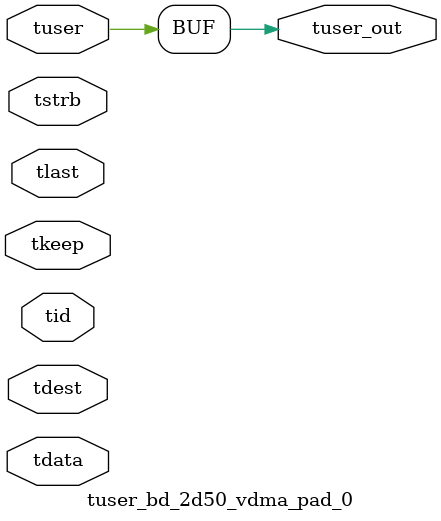
<source format=v>


`timescale 1ps/1ps

module tuser_bd_2d50_vdma_pad_0 #
(
parameter C_S_AXIS_TUSER_WIDTH = 1,
parameter C_S_AXIS_TDATA_WIDTH = 32,
parameter C_S_AXIS_TID_WIDTH   = 0,
parameter C_S_AXIS_TDEST_WIDTH = 0,
parameter C_M_AXIS_TUSER_WIDTH = 1
)
(
input  [(C_S_AXIS_TUSER_WIDTH == 0 ? 1 : C_S_AXIS_TUSER_WIDTH)-1:0     ] tuser,
input  [(C_S_AXIS_TDATA_WIDTH == 0 ? 1 : C_S_AXIS_TDATA_WIDTH)-1:0     ] tdata,
input  [(C_S_AXIS_TID_WIDTH   == 0 ? 1 : C_S_AXIS_TID_WIDTH)-1:0       ] tid,
input  [(C_S_AXIS_TDEST_WIDTH == 0 ? 1 : C_S_AXIS_TDEST_WIDTH)-1:0     ] tdest,
input  [(C_S_AXIS_TDATA_WIDTH/8)-1:0 ] tkeep,
input  [(C_S_AXIS_TDATA_WIDTH/8)-1:0 ] tstrb,
input                                                                    tlast,
output [C_M_AXIS_TUSER_WIDTH-1:0] tuser_out
);

assign tuser_out = {5'b00000,tuser[0:0]};

endmodule


</source>
